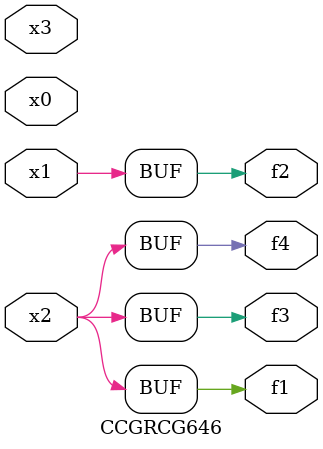
<source format=v>
module CCGRCG646(
	input x0, x1, x2, x3,
	output f1, f2, f3, f4
);
	assign f1 = x2;
	assign f2 = x1;
	assign f3 = x2;
	assign f4 = x2;
endmodule

</source>
